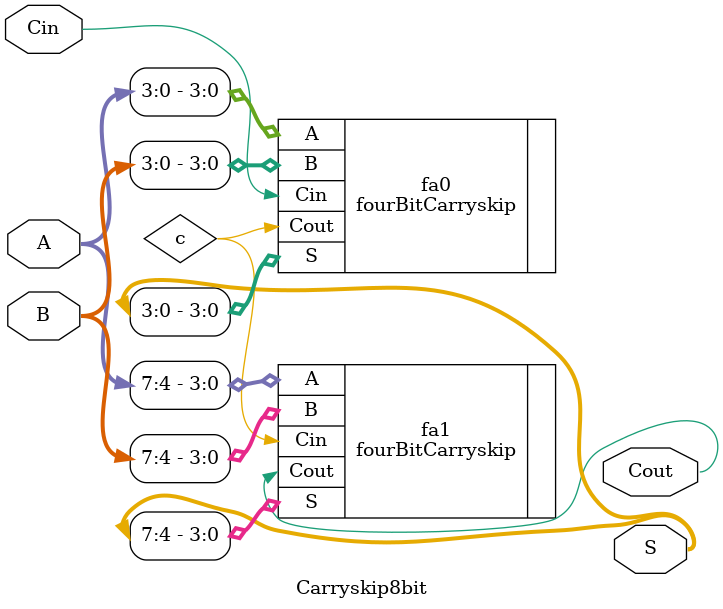
<source format=v>
module Carryskip8bit
(
	input [7:0]A,
	input [7:0]B,
	input Cin,
	output [7:0]S,
	output Cout

);

wire c;

fourBitCarryskip fa0
(
.A(A[3:0]),
.B(B[3:0]),
.Cin(Cin),
.S(S[3:0]),
.Cout(c)

);

fourBitCarryskip fa1
(
.A(A[7:4]),
.B(B[7:4]),
.Cin(c),
.S(S[7:4]),
.Cout(Cout)

);




endmodule
</source>
